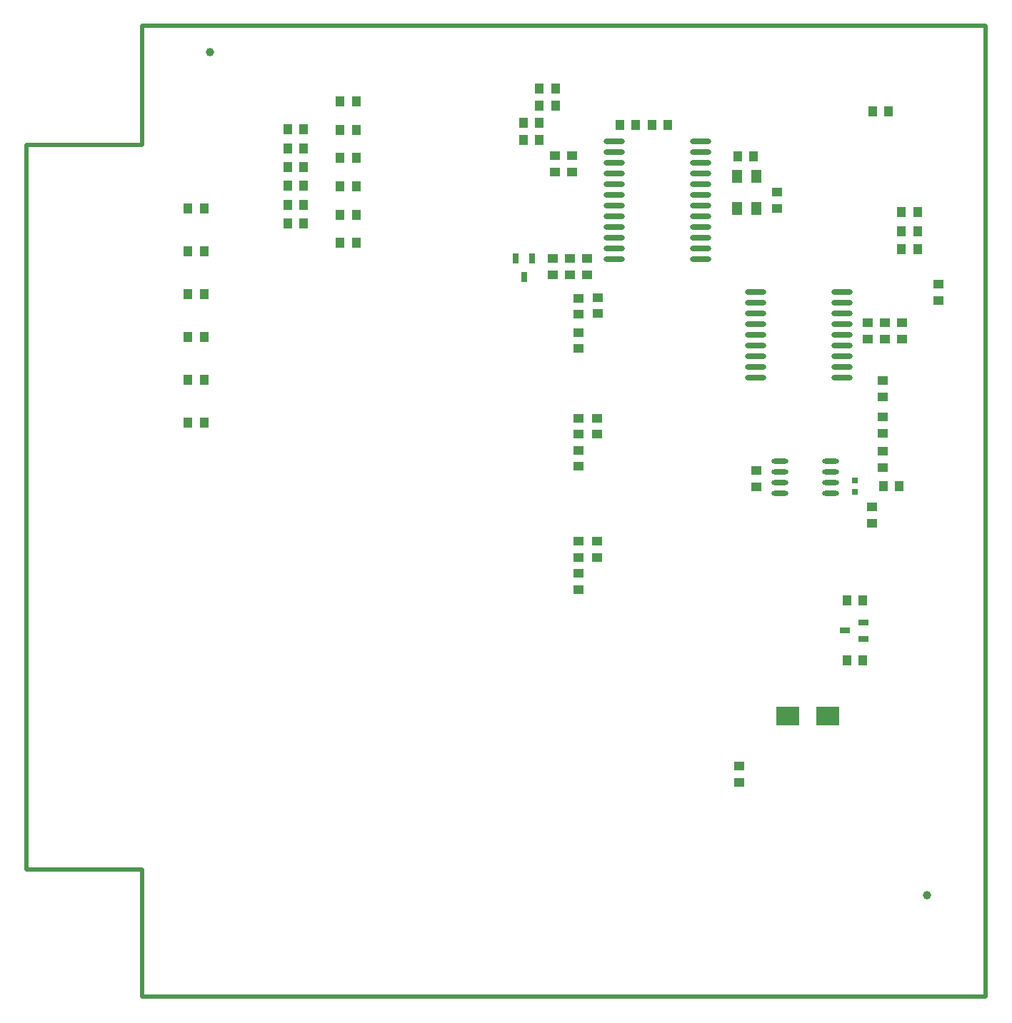
<source format=gtp>
%FSLAX25Y25*%
%MOIN*%
G70*
G01*
G75*
G04 Layer_Color=8421504*
%ADD10C,0.03937*%
%ADD11R,0.03937X0.04724*%
%ADD12C,0.03937*%
%ADD13O,0.07874X0.02400*%
%ADD14R,0.04724X0.03150*%
%ADD15R,0.04724X0.03937*%
%ADD16R,0.02756X0.04724*%
%ADD17R,0.11024X0.09055*%
%ADD18R,0.03150X0.03150*%
%ADD19O,0.10000X0.02400*%
%ADD20O,0.10000X0.02402*%
%ADD21O,0.07874X0.02402*%
%ADD22R,0.05118X0.06299*%
%ADD23C,0.03000*%
%ADD24C,0.02000*%
%ADD25C,0.01500*%
%ADD26C,0.04000*%
%ADD27C,0.01600*%
%ADD28C,0.05000*%
%ADD29C,0.01969*%
%ADD30C,0.07087*%
%ADD31C,0.08661*%
%ADD32R,0.05906X0.05906*%
%ADD33C,0.05906*%
%ADD34C,0.10630*%
%ADD35R,0.07087X0.07087*%
%ADD36C,0.11024*%
%ADD37R,0.10630X0.10630*%
%ADD38C,0.07874*%
%ADD39R,0.07874X0.07874*%
%ADD40C,0.09843*%
%ADD41R,0.09843X0.09843*%
%ADD42C,0.06299*%
%ADD43C,0.02400*%
%ADD44C,0.03600*%
%ADD45C,0.00787*%
%ADD46C,0.00984*%
%ADD47C,0.02362*%
%ADD48C,0.01000*%
%ADD49C,0.00394*%
%ADD50R,0.01378X0.17323*%
D11*
X348410Y413374D02*
D03*
X340929D02*
D03*
X177929Y399874D02*
D03*
X185409D02*
D03*
X177929Y407874D02*
D03*
X185409D02*
D03*
X92429Y404674D02*
D03*
Y417874D02*
D03*
X75410Y396074D02*
D03*
Y404874D02*
D03*
Y378474D02*
D03*
Y387274D02*
D03*
Y360874D02*
D03*
Y369674D02*
D03*
X92429Y351874D02*
D03*
X99910D02*
D03*
X92429Y365074D02*
D03*
X99910D02*
D03*
X92429Y378274D02*
D03*
X99910D02*
D03*
X92429Y391474D02*
D03*
X99910D02*
D03*
Y404674D02*
D03*
Y417874D02*
D03*
X336409Y156874D02*
D03*
X328929D02*
D03*
Y184874D02*
D03*
X336409D02*
D03*
X67929Y404874D02*
D03*
X21429Y367874D02*
D03*
X28910D02*
D03*
X185429Y423874D02*
D03*
X192910D02*
D03*
X21429Y347874D02*
D03*
X28910D02*
D03*
X192910Y415874D02*
D03*
X185429D02*
D03*
X67929Y396074D02*
D03*
Y387274D02*
D03*
X21429Y327874D02*
D03*
X28910D02*
D03*
X21429Y307874D02*
D03*
X28910D02*
D03*
X67929Y378474D02*
D03*
Y369674D02*
D03*
X21429Y287874D02*
D03*
X28910D02*
D03*
X21429Y267874D02*
D03*
X28910D02*
D03*
X67929Y360874D02*
D03*
X285409Y392374D02*
D03*
X277929D02*
D03*
X245409Y406874D02*
D03*
X237929D02*
D03*
X222929D02*
D03*
X230410D02*
D03*
X345929Y238374D02*
D03*
X353410D02*
D03*
X361910Y348874D02*
D03*
X354429D02*
D03*
X361910Y366374D02*
D03*
X354429D02*
D03*
X361910Y357374D02*
D03*
X354429D02*
D03*
D12*
X31669Y440874D02*
D03*
X366169Y47374D02*
D03*
D13*
X297547Y239874D02*
D03*
Y244874D02*
D03*
X321169Y234874D02*
D03*
Y244874D02*
D03*
Y249874D02*
D03*
X297547D02*
D03*
D14*
X336606Y167134D02*
D03*
Y174615D02*
D03*
X327945Y170874D02*
D03*
D15*
X286669Y245614D02*
D03*
Y238134D02*
D03*
X371669Y325134D02*
D03*
Y332614D02*
D03*
X203669Y318634D02*
D03*
Y326114D02*
D03*
Y302634D02*
D03*
Y310114D02*
D03*
Y262634D02*
D03*
Y270114D02*
D03*
Y247634D02*
D03*
Y255114D02*
D03*
Y205134D02*
D03*
Y212614D02*
D03*
Y190134D02*
D03*
Y197614D02*
D03*
X191669Y344614D02*
D03*
Y337134D02*
D03*
X340669Y221134D02*
D03*
Y228614D02*
D03*
X212669Y326354D02*
D03*
Y318874D02*
D03*
X212169Y270114D02*
D03*
Y262634D02*
D03*
Y212614D02*
D03*
Y205134D02*
D03*
X296169Y375614D02*
D03*
Y368134D02*
D03*
X199669Y344614D02*
D03*
Y337134D02*
D03*
X207669Y344614D02*
D03*
Y337134D02*
D03*
X200669Y385134D02*
D03*
Y392614D02*
D03*
X192669Y385134D02*
D03*
Y392614D02*
D03*
X354669Y314614D02*
D03*
Y307134D02*
D03*
X346669Y314614D02*
D03*
Y307134D02*
D03*
X278669Y107614D02*
D03*
Y100134D02*
D03*
X338669Y314614D02*
D03*
Y307134D02*
D03*
X345669Y247134D02*
D03*
Y254614D02*
D03*
Y270614D02*
D03*
Y263134D02*
D03*
Y287614D02*
D03*
Y280134D02*
D03*
D16*
X174429Y344705D02*
D03*
X181910D02*
D03*
X178169Y336043D02*
D03*
D17*
X320118Y130874D02*
D03*
X301221D02*
D03*
D18*
X332669Y241130D02*
D03*
Y235618D02*
D03*
D19*
X220169Y374374D02*
D03*
Y379374D02*
D03*
Y364374D02*
D03*
Y369374D02*
D03*
Y354374D02*
D03*
Y359374D02*
D03*
Y344374D02*
D03*
Y349374D02*
D03*
Y394374D02*
D03*
Y389374D02*
D03*
Y384374D02*
D03*
Y399374D02*
D03*
X326769Y288874D02*
D03*
X286169D02*
D03*
Y323874D02*
D03*
Y318874D02*
D03*
Y313874D02*
D03*
Y308874D02*
D03*
Y303874D02*
D03*
Y298874D02*
D03*
Y293874D02*
D03*
X326769D02*
D03*
Y298874D02*
D03*
Y303874D02*
D03*
Y308874D02*
D03*
Y313874D02*
D03*
Y318874D02*
D03*
Y323874D02*
D03*
Y328874D02*
D03*
X286169D02*
D03*
D20*
X260768Y354374D02*
D03*
Y349374D02*
D03*
Y344374D02*
D03*
Y359374D02*
D03*
Y364374D02*
D03*
Y369374D02*
D03*
Y374374D02*
D03*
Y379374D02*
D03*
Y384374D02*
D03*
Y389374D02*
D03*
Y394374D02*
D03*
Y399374D02*
D03*
D21*
X321169Y239874D02*
D03*
X297547Y234874D02*
D03*
D22*
X286697Y382854D02*
D03*
X277642D02*
D03*
Y367894D02*
D03*
X286697D02*
D03*
D29*
X0Y0D02*
X393701D01*
Y453150D01*
X0D02*
X393701D01*
X0Y397795D02*
Y453150D01*
X0Y397796D02*
X0Y397795D01*
X-54134Y397796D02*
X0D01*
X-54134Y397796D02*
X-54134Y397796D01*
X-54134Y59213D02*
Y397796D01*
Y59213D02*
X0D01*
Y0D02*
Y59213D01*
M02*

</source>
